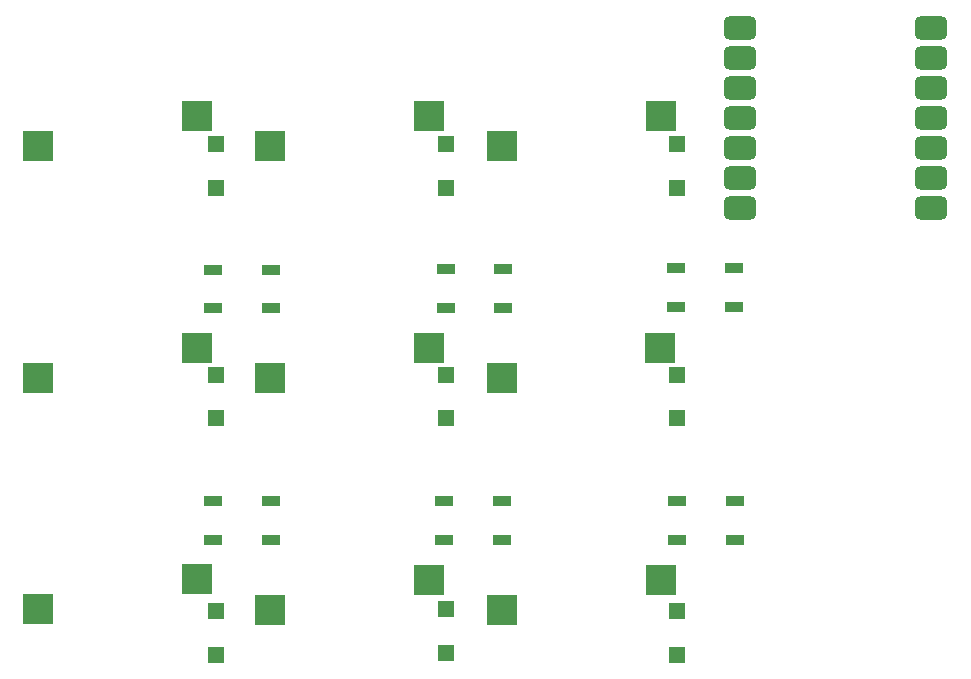
<source format=gbr>
%TF.GenerationSoftware,KiCad,Pcbnew,9.0.0*%
%TF.CreationDate,2025-06-24T12:34:55+10:00*%
%TF.ProjectId,MeowPad,4d656f77-5061-4642-9e6b-696361645f70,rev?*%
%TF.SameCoordinates,Original*%
%TF.FileFunction,Paste,Bot*%
%TF.FilePolarity,Positive*%
%FSLAX46Y46*%
G04 Gerber Fmt 4.6, Leading zero omitted, Abs format (unit mm)*
G04 Created by KiCad (PCBNEW 9.0.0) date 2025-06-24 12:34:55*
%MOMM*%
%LPD*%
G01*
G04 APERTURE LIST*
G04 Aperture macros list*
%AMRoundRect*
0 Rectangle with rounded corners*
0 $1 Rounding radius*
0 $2 $3 $4 $5 $6 $7 $8 $9 X,Y pos of 4 corners*
0 Add a 4 corners polygon primitive as box body*
4,1,4,$2,$3,$4,$5,$6,$7,$8,$9,$2,$3,0*
0 Add four circle primitives for the rounded corners*
1,1,$1+$1,$2,$3*
1,1,$1+$1,$4,$5*
1,1,$1+$1,$6,$7*
1,1,$1+$1,$8,$9*
0 Add four rect primitives between the rounded corners*
20,1,$1+$1,$2,$3,$4,$5,0*
20,1,$1+$1,$4,$5,$6,$7,0*
20,1,$1+$1,$6,$7,$8,$9,0*
20,1,$1+$1,$8,$9,$2,$3,0*%
G04 Aperture macros list end*
%ADD10R,2.550000X2.500000*%
%ADD11R,1.400000X1.400000*%
%ADD12RoundRect,0.500000X0.875000X0.500000X-0.875000X0.500000X-0.875000X-0.500000X0.875000X-0.500000X0*%
%ADD13R,1.500000X0.900000*%
G04 APERTURE END LIST*
D10*
%TO.C,S2*%
X96893000Y-71097000D03*
X110318000Y-68557000D03*
%TD*%
%TO.C,S12*%
X136143000Y-110327000D03*
X149568000Y-107787000D03*
%TD*%
%TO.C,S7*%
X116533000Y-90687000D03*
X129958000Y-88147000D03*
%TD*%
%TO.C,S8*%
X136133000Y-90687000D03*
X149558000Y-88147000D03*
%TD*%
%TO.C,S3*%
X116533000Y-71097000D03*
X129958000Y-68557000D03*
%TD*%
%TO.C,S6*%
X96903000Y-90677000D03*
X110328000Y-88137000D03*
%TD*%
%TO.C,S10*%
X96878000Y-110297000D03*
X110303000Y-107757000D03*
%TD*%
%TO.C,S11*%
X116503000Y-110317000D03*
X129928000Y-107777000D03*
%TD*%
%TO.C,S4*%
X136143000Y-71037000D03*
X149568000Y-68497000D03*
%TD*%
D11*
%TO.C,D3*%
X131423000Y-70927000D03*
X131423000Y-74627000D03*
%TD*%
D12*
%TO.C,M1*%
X172505500Y-61062000D03*
X172505500Y-63602000D03*
X172505500Y-66142000D03*
X172505500Y-68682000D03*
X172505500Y-71222000D03*
X172505500Y-73762000D03*
X172505500Y-76302000D03*
X156340500Y-76302000D03*
X156340500Y-73762000D03*
X156340500Y-71222000D03*
X156340500Y-68682000D03*
X156340500Y-66142000D03*
X156340500Y-63602000D03*
X156340500Y-61062000D03*
%TD*%
D11*
%TO.C,D12*%
X150923000Y-110427000D03*
X150923000Y-114127000D03*
%TD*%
D13*
%TO.C,LED6*%
X116573000Y-101127000D03*
X116573000Y-104427000D03*
X111673000Y-104427000D03*
X111673000Y-101127000D03*
%TD*%
D11*
%TO.C,D2*%
X111923000Y-70927000D03*
X111923000Y-74627000D03*
%TD*%
%TO.C,D10*%
X111923000Y-110427000D03*
X111923000Y-114127000D03*
%TD*%
D13*
%TO.C,LED1*%
X155773000Y-81427000D03*
X155773000Y-84727000D03*
X150873000Y-84727000D03*
X150873000Y-81427000D03*
%TD*%
D11*
%TO.C,D4*%
X150923000Y-70927000D03*
X150923000Y-74627000D03*
%TD*%
%TO.C,D7*%
X131423000Y-90427000D03*
X131423000Y-94127000D03*
%TD*%
D13*
%TO.C,LED3*%
X116573000Y-81527000D03*
X116573000Y-84827000D03*
X111673000Y-84827000D03*
X111673000Y-81527000D03*
%TD*%
%TO.C,LED7*%
X136173000Y-101127000D03*
X136173000Y-104427000D03*
X131273000Y-104427000D03*
X131273000Y-101127000D03*
%TD*%
D11*
%TO.C,D11*%
X131423000Y-110277000D03*
X131423000Y-113977000D03*
%TD*%
D13*
%TO.C,LED8*%
X155873000Y-101127000D03*
X155873000Y-104427000D03*
X150973000Y-104427000D03*
X150973000Y-101127000D03*
%TD*%
%TO.C,LED2*%
X136273000Y-81477000D03*
X136273000Y-84777000D03*
X131373000Y-84777000D03*
X131373000Y-81477000D03*
%TD*%
D11*
%TO.C,D8*%
X150923000Y-90427000D03*
X150923000Y-94127000D03*
%TD*%
%TO.C,D6*%
X111923000Y-90427000D03*
X111923000Y-94127000D03*
%TD*%
M02*

</source>
